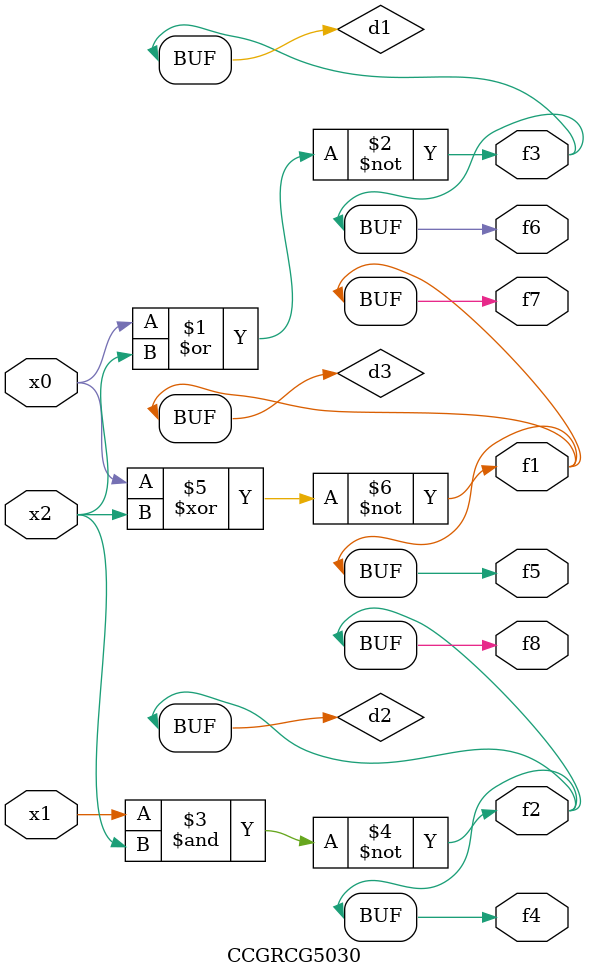
<source format=v>
module CCGRCG5030(
	input x0, x1, x2,
	output f1, f2, f3, f4, f5, f6, f7, f8
);

	wire d1, d2, d3;

	nor (d1, x0, x2);
	nand (d2, x1, x2);
	xnor (d3, x0, x2);
	assign f1 = d3;
	assign f2 = d2;
	assign f3 = d1;
	assign f4 = d2;
	assign f5 = d3;
	assign f6 = d1;
	assign f7 = d3;
	assign f8 = d2;
endmodule

</source>
